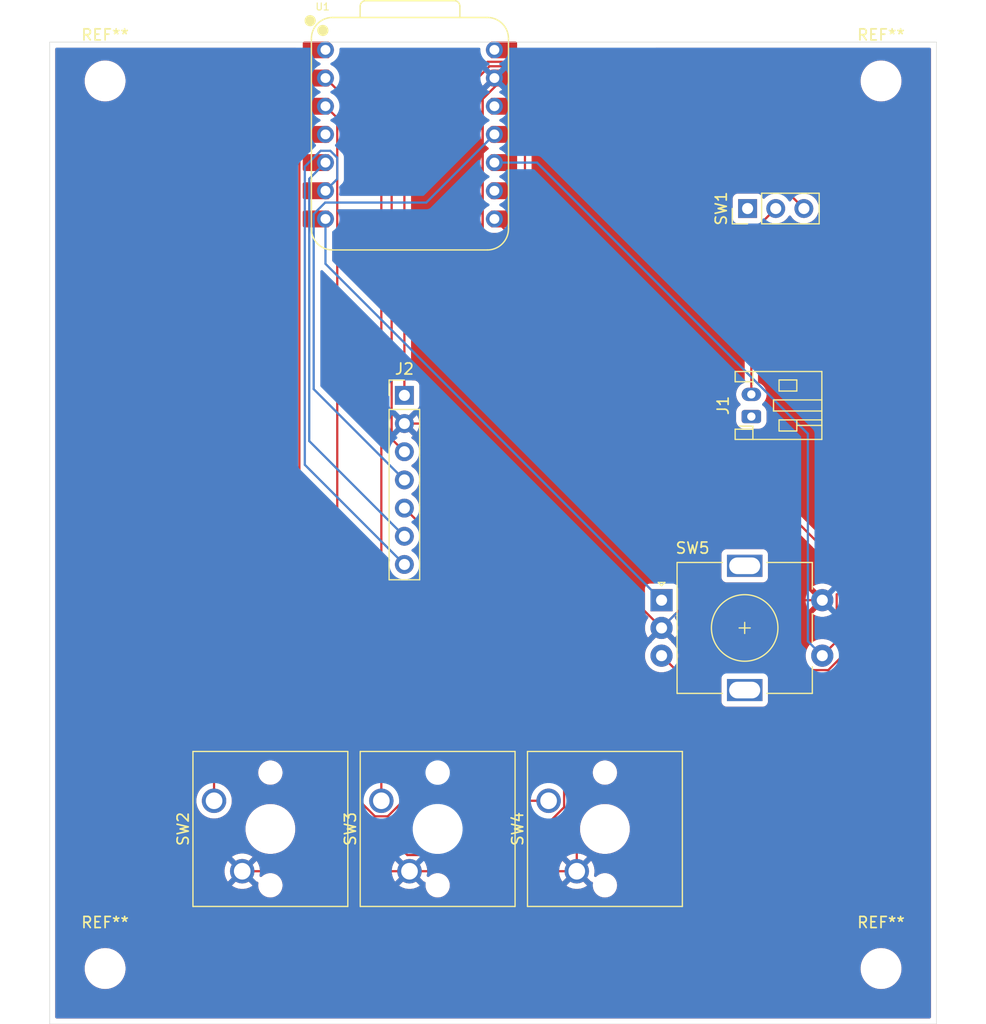
<source format=kicad_pcb>
(kicad_pcb (version 20241229) (generator "pcbnew") (generator_version "9.0")
  (layers (0 "F.Cu" signal) (2 "B.Cu" signal) (13 "F.Paste" user) (15 "B.Paste" user) (5 "F.SilkS" user "F.Silkscreen") (7 "B.SilkS" user "B.Silkscreen") (1 "F.Mask" user) (3 "B.Mask" user) (25 "Edge.Cuts" user))
  (net 0 "")
  (net 2 "Net-(J1-Pin_2)")
  (net 3 "Net-(SW1-A)")
  (net 5 "Net-(J2-Pin_3)")
  (net 6 "Net-(J2-Pin_1)")
  (net 7 "GND")
  (net 8 "Net-(J2-Pin_6)")
  (net 9 "Net-(J2-Pin_5)")
  (net 10 "Net-(J2-Pin_4)")
  (net 11 "Net-(J2-Pin_7)")
  (net 12 "Net-(U1-GPIO1{slash}D0{slash}A0)")
  (net 13 "Net-(U1-GPIO2{slash}DA{slash}A1)")
  (net 14 "Net-(U1-GPIO3{slash}D2{slash}A2)")
  (net 15 "Net-(U1-U0RXD{slash}D7{slash}RX)")
  (net 16 "Net-(U1-U0TXD{slash}D6{slash}TX)")
  (net 17 "Net-(U1-GPIO8{slash}D9{slash}A9{slash}MISO)")
  (footprint "MountingHole:MountingHole_3.2mm_M3" (layer "F.Cu") (at 65 70)
    (property "Reference" "REF**" (at 0 -4.15 0) (layer "F.SilkS"))
    (property "Value" "MountingHole_3.2mm_M3")
    (pad "" np_thru_hole circle (at 0 0) (size 3.2 3.2) (drill 3.2) (layers "*.Cu" "*.Mask"))
  )
  (footprint "Downloads:XIAO-ESP32C3-DIP" (layer "F.Cu") (at 92.62 74.8185)
    (property "Reference" "U1" (at -8 -11.5 0) (layer "F.SilkS") (effects (font (size 0.635 0.635) (thickness 0.1016))))
    (property "Value" "XIAO-ESP32-S3-DIP")
    (fp_line (start -9.01 8.509) (end -9.01 -8.636) (stroke (width 0.127)) (layer "F.SilkS"))
    (fp_line (start -7.105 10.414) (end 6.865 10.414) (stroke (width 0.127)) (layer "F.SilkS"))
    (fp_line (start -4.615 -10.541) (end -4.611272 -11.551272) (stroke (width 0.127)) (layer "F.SilkS"))
    (fp_line (start -4.111272 -12.051) (end 3.884 -12.051) (stroke (width 0.127)) (layer "F.SilkS"))
    (fp_line (start 4.384 -11.551) (end 4.384 -10.541) (stroke (width 0.127)) (layer "F.SilkS"))
    (fp_line (start 6.865 -10.541) (end -7.105 -10.541) (stroke (width 0.1)) (layer "F.SilkS"))
    (fp_line (start 6.865 -10.541) (end -7.105 -10.541) (stroke (width 0.127)) (layer "F.SilkS"))
    (fp_line (start 8.77 8.509) (end 8.77 -8.636) (stroke (width 0.127)) (layer "F.SilkS"))
    (fp_arc (start -9.01 -8.636) (mid -8.452038 -9.983038) (end -7.105 -10.541) (stroke (width 0.127)) (layer "F.SilkS"))
    (fp_arc (start -7.105 10.414) (mid -8.452038 9.856038) (end -9.01 8.509) (stroke (width 0.127)) (layer "F.SilkS"))
    (fp_arc (start -4.611272 -11.551272) (mid -4.464728 -11.90464) (end -4.111272 -12.051) (stroke (width 0.127)) (layer "F.SilkS"))
    (fp_arc (start 3.884 -12.051) (mid 4.237553 -11.904553) (end 4.384 -11.551) (stroke (width 0.127)) (layer "F.SilkS"))
    (fp_arc (start 6.865 -10.541) (mid 8.212038 -9.983038) (end 8.77 -8.636) (stroke (width 0.127)) (layer "F.SilkS"))
    (fp_arc (start 8.77 8.509) (mid 8.212038 9.856038) (end 6.865 10.414) (stroke (width 0.127)) (layer "F.SilkS"))
    (fp_circle (center -9.12 -10.25) (end -9.12 -10.504) (stroke (width 0.5)) (fill yes) (layer "F.SilkS"))
    (fp_circle (center -7.977 -9.37) (end -7.977 -9.624) (stroke (width 0.5)) (fill yes) (layer "F.SilkS"))
    (pad "1" smd roundrect (at -8.575 -7.62 180) (size 2.432 1.524) (layers "F.Cu" "F.Mask") (roundrect_rratio 0.1) (net 12 "Net-(U1-GPIO1{slash}D0{slash}A0)"))
    (pad "1" thru_hole circle (at -7.74 -7.62 180) (size 1.524 1.524) (drill 0.889) (layers "*.Cu" "*.Mask") (net 12 "Net-(U1-GPIO1{slash}D0{slash}A0)"))
    (pad "2" smd roundrect (at -8.575 -5.08 180) (size 2.432 1.524) (layers "F.Cu" "F.Mask") (roundrect_rratio 0.1) (net 13 "Net-(U1-GPIO2{slash}DA{slash}A1)"))
    (pad "2" thru_hole circle (at -7.74 -5.08 180) (size 1.524 1.524) (drill 0.889) (layers "*.Cu" "*.Mask") (net 13 "Net-(U1-GPIO2{slash}DA{slash}A1)"))
    (pad "3" smd roundrect (at -8.575 -2.54 180) (size 2.432 1.524) (layers "F.Cu" "F.Mask") (roundrect_rratio 0.1) (net 14 "Net-(U1-GPIO3{slash}D2{slash}A2)"))
    (pad "3" thru_hole circle (at -7.74 -2.54 180) (size 1.524 1.524) (drill 0.889) (layers "*.Cu" "*.Mask") (net 14 "Net-(U1-GPIO3{slash}D2{slash}A2)"))
    (pad "4" smd roundrect (at -8.575 0 180) (size 2.432 1.524) (layers "F.Cu" "F.Mask") (roundrect_rratio 0.1) (net 9 "Net-(J2-Pin_5)"))
    (pad "4" thru_hole circle (at -7.74 0 180) (size 1.524 1.524) (drill 0.889) (layers "*.Cu" "*.Mask") (net 9 "Net-(J2-Pin_5)"))
    (pad "5" smd roundrect (at -8.575 2.54 180) (size 2.432 1.524) (layers "F.Cu" "F.Mask") (roundrect_rratio 0.1) (net 8 "Net-(J2-Pin_6)"))
    (pad "5" thru_hole circle (at -7.74 2.54 180) (size 1.524 1.524) (drill 0.889) (layers "*.Cu" "*.Mask") (net 8 "Net-(J2-Pin_6)"))
    (pad "6" smd roundrect (at -8.575 5.08 180) (size 2.432 1.524) (layers "F.Cu" "F.Mask") (roundrect_rratio 0.1) (net 11 "Net-(J2-Pin_7)"))
    (pad "6" thru_hole circle (at -7.74 5.08 180) (size 1.524 1.524) (drill 0.889) (layers "*.Cu" "*.Mask") (net 11 "Net-(J2-Pin_7)"))
    (pad "7" smd roundrect (at -8.575 7.62 180) (size 2.432 1.524) (layers "F.Cu" "F.Mask") (roundrect_rratio 0.1) (net 16 "Net-(U1-U0TXD{slash}D6{slash}TX)"))
    (pad "7" thru_hole circle (at -7.74 7.62 180) (size 1.524 1.524) (drill 0.889) (layers "*.Cu" "*.Mask") (net 16 "Net-(U1-U0TXD{slash}D6{slash}TX)"))
    (pad "8" thru_hole circle (at 7.5 7.62) (size 1.524 1.524) (drill 0.889) (layers "*.Cu" "*.Mask") (net 15 "Net-(U1-U0RXD{slash}D7{slash}RX)"))
    (pad "8" smd roundrect (at 8.335 7.62) (size 2.432 1.524) (layers "F.Cu" "F.Mask") (roundrect_rratio 0.1) (net 15 "Net-(U1-U0RXD{slash}D7{slash}RX)"))
    (pad "9" thru_hole circle (at 7.5 5.08) (size 1.524 1.524) (drill 0.889) (layers "*.Cu" "*.Mask") (net 5 "Net-(J2-Pin_3)"))
    (pad "9" smd roundrect (at 8.335 5.08) (size 2.432 1.524) (layers "F.Cu" "F.Mask") (roundrect_rratio 0.1) (net 5 "Net-(J2-Pin_3)"))
    (pad "10" thru_hole circle (at 7.5 2.54) (size 1.524 1.524) (drill 0.889) (layers "*.Cu" "*.Mask") (net 17 "Net-(U1-GPIO8{slash}D9{slash}A9{slash}MISO)"))
    (pad "10" smd roundrect (at 8.335 2.54) (size 2.432 1.524) (layers "F.Cu" "F.Mask") (roundrect_rratio 0.1) (net 17 "Net-(U1-GPIO8{slash}D9{slash}A9{slash}MISO)"))
    (pad "11" thru_hole circle (at 7.5 0) (size 1.524 1.524) (drill 0.889) (layers "*.Cu" "*.Mask") (net 10 "Net-(J2-Pin_4)"))
    (pad "11" smd roundrect (at 8.335 0) (size 2.432 1.524) (layers "F.Cu" "F.Mask") (roundrect_rratio 0.1) (net 10 "Net-(J2-Pin_4)"))
    (pad "12" thru_hole circle (at 7.5 -2.54) (size 1.524 1.524) (drill 0.889) (layers "*.Cu" "*.Mask") (net 6 "Net-(J2-Pin_1)"))
    (pad "12" smd roundrect (at 8.335 -2.54) (size 2.432 1.524) (layers "F.Cu" "F.Mask") (roundrect_rratio 0.1) (net 6 "Net-(J2-Pin_1)"))
    (pad "13" thru_hole circle (at 7.5 -5.08) (size 1.524 1.524) (drill 0.889) (layers "*.Cu" "*.Mask") (net 7 "GND"))
    (pad "13" smd roundrect (at 8.335 -5.08) (size 2.432 1.524) (layers "F.Cu" "F.Mask") (roundrect_rratio 0.1) (net 7 "GND"))
    (pad "14" thru_hole circle (at 7.5 -7.62) (size 1.524 1.524) (drill 0.889) (layers "*.Cu" "*.Mask") (net 3 "Net-(SW1-A)"))
    (pad "14" smd roundrect (at 8.335 -7.62) (size 2.432 1.524) (layers "F.Cu" "F.Mask") (roundrect_rratio 0.1) (net 3 "Net-(SW1-A)"))
  )
  (footprint "Connector_JST:JST_PH_S2B-PH-K_1x02_P2.00mm_Horizontal" (layer "F.Cu") (at 123.3 100.25 90)
    (property "Reference" "J1" (at 1 -2.55 90) (layer "F.SilkS"))
    (property "Value" "Conn_01x02")
    (fp_line (start 4.06 -1.46) (end 3.14 -1.46) (stroke (width 0.12)) (layer "F.SilkS"))
    (fp_line (start 3.14 -1.46) (end 3.14 0.14) (stroke (width 0.12)) (layer "F.SilkS"))
    (fp_line (start -1.14 -1.46) (end -2.06 -1.46) (stroke (width 0.12)) (layer "F.SilkS"))
    (fp_line (start -2.06 -1.46) (end -2.06 6.36) (stroke (width 0.12)) (layer "F.SilkS"))
    (fp_line (start 4.06 0.14) (end 3.14 0.14) (stroke (width 0.12)) (layer "F.SilkS"))
    (fp_line (start 3.14 0.14) (end 2.86 0.14) (stroke (width 0.12)) (layer "F.SilkS"))
    (fp_line (start -0.86 0.14) (end -0.86 -1.075) (stroke (width 0.12)) (layer "F.SilkS"))
    (fp_line (start -0.86 0.14) (end -1.14 0.14) (stroke (width 0.12)) (layer "F.SilkS"))
    (fp_line (start -1.14 0.14) (end -1.14 -1.46) (stroke (width 0.12)) (layer "F.SilkS"))
    (fp_line (start -2.06 0.14) (end -1.14 0.14) (stroke (width 0.12)) (layer "F.SilkS"))
    (fp_line (start 1.5 2) (end 1.5 6.36) (stroke (width 0.12)) (layer "F.SilkS"))
    (fp_line (start 0.5 2) (end 1.5 2) (stroke (width 0.12)) (layer "F.SilkS"))
    (fp_line (start 3.3 2.5) (end 3.3 4.1) (stroke (width 0.12)) (layer "F.SilkS"))
    (fp_line (start 2.3 2.5) (end 3.3 2.5) (stroke (width 0.12)) (layer "F.SilkS"))
    (fp_line (start -0.3 2.5) (end -1.3 2.5) (stroke (width 0.12)) (layer "F.SilkS"))
    (fp_line (start -1.3 2.5) (end -1.3 4.1) (stroke (width 0.12)) (layer "F.SilkS"))
    (fp_line (start 3.3 4.1) (end 2.3 4.1) (stroke (width 0.12)) (layer "F.SilkS"))
    (fp_line (start 2.3 4.1) (end 2.3 2.5) (stroke (width 0.12)) (layer "F.SilkS"))
    (fp_line (start -0.3 4.1) (end -0.3 2.5) (stroke (width 0.12)) (layer "F.SilkS"))
    (fp_line (start -0.3 4.1) (end -0.3 6.36) (stroke (width 0.12)) (layer "F.SilkS"))
    (fp_line (start -0.8 4.1) (end -0.8 6.36) (stroke (width 0.12)) (layer "F.SilkS"))
    (fp_line (start -1.3 4.1) (end -0.3 4.1) (stroke (width 0.12)) (layer "F.SilkS"))
    (fp_line (start 4.06 6.36) (end 4.06 -1.46) (stroke (width 0.12)) (layer "F.SilkS"))
    (fp_line (start 0.5 6.36) (end 0.5 2) (stroke (width 0.12)) (layer "F.SilkS"))
    (fp_line (start -2.06 6.36) (end 4.06 6.36) (stroke (width 0.12)) (layer "F.SilkS"))
    (pad "1" thru_hole roundrect (at 0 0 90) (size 1.2 1.75) (drill 0.75) (layers "*.Cu" "*.Mask") (roundrect_rratio 0.208333))
    (pad "2" thru_hole oval (at 2 0 90) (size 1.2 1.75) (drill 0.75) (layers "*.Cu" "*.Mask") (net 2 "Net-(J1-Pin_2)"))
  )
  (footprint "Button_Switch_Keyboard:SW_Cherry_MX_1.00u_PCB" (layer "F.Cu") (at 89.92 134.88 90)
    (property "Reference" "SW3" (at -2.54 -2.794 90) (layer "F.SilkS"))
    (property "Value" "SW_Push")
    (fp_line (start 4.445 -1.905) (end 4.445 12.065) (stroke (width 0.12)) (layer "F.SilkS"))
    (fp_line (start -9.525 -1.905) (end 4.445 -1.905) (stroke (width 0.12)) (layer "F.SilkS"))
    (fp_line (start 4.445 12.065) (end -9.525 12.065) (stroke (width 0.12)) (layer "F.SilkS"))
    (fp_line (start -9.525 12.065) (end -9.525 -1.905) (stroke (width 0.12)) (layer "F.SilkS"))
    (pad "" np_thru_hole circle (at -7.62 5.08 90) (size 1.7 1.7) (drill 1.7) (layers "*.Cu" "*.Mask"))
    (pad "" np_thru_hole circle (at -2.54 5.08 90) (size 4 4) (drill 4) (layers "*.Cu" "*.Mask"))
    (pad "" np_thru_hole circle (at 2.54 5.08 90) (size 1.7 1.7) (drill 1.7) (layers "*.Cu" "*.Mask"))
    (pad "1" thru_hole circle (at 0 0 90) (size 2.2 2.2) (drill 1.5) (layers "*.Cu" "*.Mask") (net 13 "Net-(U1-GPIO2{slash}DA{slash}A1)"))
    (pad "2" thru_hole circle (at -6.35 2.54 90) (size 2.2 2.2) (drill 1.5) (layers "*.Cu" "*.Mask") (net 7 "GND"))
  )
  (footprint "Connector_PinHeader_2.54mm:PinHeader_1x07_P2.54mm_Vertical" (layer "F.Cu") (at 92 98.34)
    (property "Reference" "J2" (at 0 -2.38 0) (layer "F.SilkS"))
    (property "Value" "Conn_01x07")
    (fp_line (start -1.38 -1.38) (end 0 -1.38) (stroke (width 0.12)) (layer "F.SilkS"))
    (fp_line (start -1.38 0) (end -1.38 -1.38) (stroke (width 0.12)) (layer "F.SilkS"))
    (fp_line (start -1.38 1.27) (end -1.38 16.62) (stroke (width 0.12)) (layer "F.SilkS"))
    (fp_line (start -1.38 1.27) (end 1.38 1.27) (stroke (width 0.12)) (layer "F.SilkS"))
    (fp_line (start -1.38 16.62) (end 1.38 16.62) (stroke (width 0.12)) (layer "F.SilkS"))
    (fp_line (start 1.38 1.27) (end 1.38 16.62) (stroke (width 0.12)) (layer "F.SilkS"))
    (pad "1" thru_hole rect (at 0 0) (size 1.7 1.7) (drill 1) (layers "*.Cu" "*.Mask") (net 6 "Net-(J2-Pin_1)"))
    (pad "2" thru_hole circle (at 0 2.54) (size 1.7 1.7) (drill 1) (layers "*.Cu" "*.Mask") (net 7 "GND"))
    (pad "3" thru_hole circle (at 0 5.08) (size 1.7 1.7) (drill 1) (layers "*.Cu" "*.Mask") (net 5 "Net-(J2-Pin_3)"))
    (pad "4" thru_hole circle (at 0 7.62) (size 1.7 1.7) (drill 1) (layers "*.Cu" "*.Mask") (net 10 "Net-(J2-Pin_4)"))
    (pad "5" thru_hole circle (at 0 10.16) (size 1.7 1.7) (drill 1) (layers "*.Cu" "*.Mask") (net 9 "Net-(J2-Pin_5)"))
    (pad "6" thru_hole circle (at 0 12.7) (size 1.7 1.7) (drill 1) (layers "*.Cu" "*.Mask") (net 8 "Net-(J2-Pin_6)"))
    (pad "7" thru_hole circle (at 0 15.24) (size 1.7 1.7) (drill 1) (layers "*.Cu" "*.Mask") (net 11 "Net-(J2-Pin_7)"))
  )
  (footprint "MountingHole:MountingHole_3.2mm_M3" (layer "F.Cu") (at 65 150)
    (property "Reference" "REF**" (at 0 -4.15 0) (layer "F.SilkS"))
    (property "Value" "MountingHole_3.2mm_M3")
    (pad "" np_thru_hole circle (at 0 0) (size 3.2 3.2) (drill 3.2) (layers "*.Cu" "*.Mask"))
  )
  (footprint "Rotary_Encoder:RotaryEncoder_Alps_EC11E-Switch_Vertical_H20mm" (layer "F.Cu") (at 115.199 116.801)
    (property "Reference" "SW5" (at 2.8 -4.7 0) (layer "F.SilkS"))
    (property "Value" "RotaryEncoder_Switch")
    (fp_line (start -0.3 -1.6) (end 0.3 -1.6) (stroke (width 0.12)) (layer "F.SilkS"))
    (fp_line (start 0 -1.3) (end -0.3 -1.6) (stroke (width 0.12)) (layer "F.SilkS"))
    (fp_line (start 0.3 -1.6) (end 0 -1.3) (stroke (width 0.12)) (layer "F.SilkS"))
    (fp_line (start 1.4 -3.4) (end 1.4 8.4) (stroke (width 0.12)) (layer "F.SilkS"))
    (fp_line (start 5.5 -3.4) (end 1.4 -3.4) (stroke (width 0.12)) (layer "F.SilkS"))
    (fp_line (start 5.5 8.4) (end 1.4 8.4) (stroke (width 0.12)) (layer "F.SilkS"))
    (fp_line (start 7 2.5) (end 8 2.5) (stroke (width 0.12)) (layer "F.SilkS"))
    (fp_line (start 7.5 2) (end 7.5 3) (stroke (width 0.12)) (layer "F.SilkS"))
    (fp_line (start 9.5 -3.4) (end 13.6 -3.4) (stroke (width 0.12)) (layer "F.SilkS"))
    (fp_line (start 13.6 -3.4) (end 13.6 -1) (stroke (width 0.12)) (layer "F.SilkS"))
    (fp_line (start 13.6 1.2) (end 13.6 3.8) (stroke (width 0.12)) (layer "F.SilkS"))
    (fp_line (start 13.6 6) (end 13.6 8.4) (stroke (width 0.12)) (layer "F.SilkS"))
    (fp_line (start 13.6 8.4) (end 9.5 8.4) (stroke (width 0.12)) (layer "F.SilkS"))
    (fp_circle (center 7.5 2.5) (end 10.5 2.5) (stroke (width 0.12)) (fill no) (layer "F.SilkS"))
    (pad "A" thru_hole rect (at 0 0) (size 2 2) (drill 1) (layers "*.Cu" "*.Mask") (net 16 "Net-(U1-U0TXD{slash}D6{slash}TX)"))
    (pad "B" thru_hole circle (at 0 5) (size 2 2) (drill 1) (layers "*.Cu" "*.Mask") (net 15 "Net-(U1-U0RXD{slash}D7{slash}RX)"))
    (pad "C" thru_hole circle (at 0 2.5) (size 2 2) (drill 1) (layers "*.Cu" "*.Mask") (net 7 "GND"))
    (pad "MP" thru_hole rect (at 7.5 -3.1) (size 3.2 2) (drill oval 2.8 1.5) (layers "*.Cu" "*.Mask"))
    (pad "MP" thru_hole rect (at 7.5 8.1) (size 3.2 2) (drill oval 2.8 1.5) (layers "*.Cu" "*.Mask"))
    (pad "S1" thru_hole circle (at 14.5 5) (size 2 2) (drill 1) (layers "*.Cu" "*.Mask") (net 17 "Net-(U1-GPIO8{slash}D9{slash}A9{slash}MISO)"))
    (pad "S2" thru_hole circle (at 14.5 0) (size 2 2) (drill 1) (layers "*.Cu" "*.Mask") (net 7 "GND"))
  )
  (footprint "Connector_PinHeader_2.54mm:PinHeader_1x03_P2.54mm_Vertical" (layer "F.Cu") (at 122.96 81.5 90)
    (property "Reference" "SW1" (at 0 -2.38 90) (layer "F.SilkS"))
    (property "Value" "SW_Wuerth_450301014042")
    (fp_line (start -1.38 -1.38) (end 0 -1.38) (stroke (width 0.12)) (layer "F.SilkS"))
    (fp_line (start -1.38 0) (end -1.38 -1.38) (stroke (width 0.12)) (layer "F.SilkS"))
    (fp_line (start 1.38 1.27) (end 1.38 6.46) (stroke (width 0.12)) (layer "F.SilkS"))
    (fp_line (start -1.38 1.27) (end 1.38 1.27) (stroke (width 0.12)) (layer "F.SilkS"))
    (fp_line (start -1.38 1.27) (end -1.38 6.46) (stroke (width 0.12)) (layer "F.SilkS"))
    (fp_line (start -1.38 6.46) (end 1.38 6.46) (stroke (width 0.12)) (layer "F.SilkS"))
    (pad "1" thru_hole rect (at 0 0 90) (size 1.7 1.7) (drill 1) (layers "*.Cu" "*.Mask"))
    (pad "2" thru_hole circle (at 0 2.54 90) (size 1.7 1.7) (drill 1) (layers "*.Cu" "*.Mask") (net 2 "Net-(J1-Pin_2)"))
    (pad "3" thru_hole circle (at 0 5.08 90) (size 1.7 1.7) (drill 1) (layers "*.Cu" "*.Mask") (net 3 "Net-(SW1-A)"))
  )
  (footprint "Button_Switch_Keyboard:SW_Cherry_MX_1.00u_PCB" (layer "F.Cu") (at 105.01 134.88 90)
    (property "Reference" "SW4" (at -2.54 -2.794 90) (layer "F.SilkS"))
    (property "Value" "SW_Push")
    (fp_line (start 4.445 -1.905) (end 4.445 12.065) (stroke (width 0.12)) (layer "F.SilkS"))
    (fp_line (start -9.525 -1.905) (end 4.445 -1.905) (stroke (width 0.12)) (layer "F.SilkS"))
    (fp_line (start 4.445 12.065) (end -9.525 12.065) (stroke (width 0.12)) (layer "F.SilkS"))
    (fp_line (start -9.525 12.065) (end -9.525 -1.905) (stroke (width 0.12)) (layer "F.SilkS"))
    (pad "" np_thru_hole circle (at -7.62 5.08 90) (size 1.7 1.7) (drill 1.7) (layers "*.Cu" "*.Mask"))
    (pad "" np_thru_hole circle (at -2.54 5.08 90) (size 4 4) (drill 4) (layers "*.Cu" "*.Mask"))
    (pad "" np_thru_hole circle (at 2.54 5.08 90) (size 1.7 1.7) (drill 1.7) (layers "*.Cu" "*.Mask"))
    (pad "1" thru_hole circle (at 0 0 90) (size 2.2 2.2) (drill 1.5) (layers "*.Cu" "*.Mask") (net 14 "Net-(U1-GPIO3{slash}D2{slash}A2)"))
    (pad "2" thru_hole circle (at -6.35 2.54 90) (size 2.2 2.2) (drill 1.5) (layers "*.Cu" "*.Mask") (net 7 "GND"))
  )
  (footprint "Button_Switch_Keyboard:SW_Cherry_MX_1.00u_PCB" (layer "F.Cu") (at 74.83 134.88 90)
    (property "Reference" "SW2" (at -2.54 -2.794 90) (layer "F.SilkS"))
    (property "Value" "SW_Push")
    (fp_line (start 4.445 -1.905) (end 4.445 12.065) (stroke (width 0.12)) (layer "F.SilkS"))
    (fp_line (start -9.525 -1.905) (end 4.445 -1.905) (stroke (width 0.12)) (layer "F.SilkS"))
    (fp_line (start 4.445 12.065) (end -9.525 12.065) (stroke (width 0.12)) (layer "F.SilkS"))
    (fp_line (start -9.525 12.065) (end -9.525 -1.905) (stroke (width 0.12)) (layer "F.SilkS"))
    (pad "" np_thru_hole circle (at -7.62 5.08 90) (size 1.7 1.7) (drill 1.7) (layers "*.Cu" "*.Mask"))
    (pad "" np_thru_hole circle (at -2.54 5.08 90) (size 4 4) (drill 4) (layers "*.Cu" "*.Mask"))
    (pad "" np_thru_hole circle (at 2.54 5.08 90) (size 1.7 1.7) (drill 1.7) (layers "*.Cu" "*.Mask"))
    (pad "1" thru_hole circle (at 0 0 90) (size 2.2 2.2) (drill 1.5) (layers "*.Cu" "*.Mask") (net 12 "Net-(U1-GPIO1{slash}D0{slash}A0)"))
    (pad "2" thru_hole circle (at -6.35 2.54 90) (size 2.2 2.2) (drill 1.5) (layers "*.Cu" "*.Mask") (net 7 "GND"))
  )
  (footprint "MountingHole:MountingHole_3.2mm_M3" (layer "F.Cu") (at 135 150)
    (property "Reference" "REF**" (at 0 -4.15 0) (layer "F.SilkS"))
    (property "Value" "MountingHole_3.2mm_M3")
    (pad "" np_thru_hole circle (at 0 0) (size 3.2 3.2) (drill 3.2) (layers "*.Cu" "*.Mask"))
  )
  (footprint "MountingHole:MountingHole_3.2mm_M3" (layer "F.Cu") (at 135 70)
    (property "Reference" "REF**" (at 0 -4.15 0) (layer "F.SilkS"))
    (property "Value" "MountingHole_3.2mm_M3")
    (pad "" np_thru_hole circle (at 0 0) (size 3.2 3.2) (drill 3.2) (layers "*.Cu" "*.Mask"))
  )
  (gr_line (start 60 155) (end 60 66.5) (stroke (width 0.05)) (layer "Edge.Cuts"))
  (gr_line (start 140 155) (end 60 155) (stroke (width 0.05)) (layer "Edge.Cuts"))
  (gr_line (start 140 66.5) (end 140 155) (stroke (width 0.05)) (layer "Edge.Cuts"))
  (gr_line (start 60 66.5) (end 140 66.5) (stroke (width 0.05)) (layer "Edge.Cuts"))
  (segment (start 125.5 81.5) (end 123.3 83.7) (width 0.2) (layer "F.Cu") (net 2))
  (segment (start 123.3 83.7) (end 123.3 98.25) (width 0.2) (layer "F.Cu") (net 2))
  (segment (start 128.04 81.5) (end 113.7385 67.1985) (width 0.2) (layer "F.Cu") (net 3))
  (segment (start 113.7385 67.1985) (end 100.12 67.1985) (width 0.2) (layer "F.Cu") (net 3))
  (segment (start 102.873 78.22313) (end 101.19763 79.8985) (width 0.2) (layer "F.Cu") (net 5))
  (segment (start 101.19763 79.8985) (end 100.12 79.8985) (width 0.2) (layer "F.Cu") (net 5))
  (segment (start 102.376726 68.2745) (end 102.873 68.770774) (width 0.2) (layer "F.Cu") (net 5))
  (segment (start 92 103.42) (end 90.849 102.269) (width 0.2) (layer "F.Cu") (net 5))
  (segment (start 102.873 68.770774) (end 102.873 78.22313) (width 0.2) (layer "F.Cu") (net 5))
  (segment (start 90.849 76.93909) (end 99.51359 68.2745) (width 0.2) (layer "F.Cu") (net 5))
  (segment (start 99.51359 68.2745) (end 102.376726 68.2745) (width 0.2) (layer "F.Cu") (net 5))
  (segment (start 90.849 102.269) (end 90.849 76.93909) (width 0.2) (layer "F.Cu") (net 5))
  (segment (start 92 76.35519) (end 99.67969 68.6755) (width 0.2) (layer "F.Cu") (net 6))
  (segment (start 102.472 71.00413) (end 101.19763 72.2785) (width 0.2) (layer "F.Cu") (net 6))
  (segment (start 101.19763 72.2785) (end 100.12 72.2785) (width 0.2) (layer "F.Cu") (net 6))
  (segment (start 102.472 68.936874) (end 102.472 71.00413) (width 0.2) (layer "F.Cu") (net 6))
  (segment (start 92 98.34) (end 92 76.35519) (width 0.2) (layer "F.Cu") (net 6))
  (segment (start 102.210626 68.6755) (end 102.472 68.936874) (width 0.2) (layer "F.Cu") (net 6))
  (segment (start 99.67969 68.6755) (end 102.210626 68.6755) (width 0.2) (layer "F.Cu") (net 6))
  (segment (start 117.699 116.801) (end 129.699 116.801) (width 0.2) (layer "F.Cu") (net 7))
  (segment (start 107.55 141.23) (end 107.55 126.95) (width 0.2) (layer "F.Cu") (net 7))
  (segment (start 99.057 93.823) (end 99.057 71.6365) (width 0.2) (layer "F.Cu") (net 7))
  (segment (start 115.199 119.301) (end 96.778 100.88) (width 0.2) (layer "F.Cu") (net 7))
  (segment (start 129.699 116.801) (end 99.057 86.159) (width 0.2) (layer "F.Cu") (net 7))
  (segment (start 99.057 70.8015) (end 100.12 69.7385) (width 0.2) (layer "F.Cu") (net 7))
  (segment (start 99.057 71.6365) (end 100.955 69.7385) (width 0.2) (layer "F.Cu") (net 7))
  (segment (start 92 100.88) (end 93.151 102.031) (width 0.2) (layer "F.Cu") (net 7))
  (segment (start 99.057 86.159) (end 99.057 70.8015) (width 0.2) (layer "F.Cu") (net 7))
  (segment (start 77.37 141.23) (end 107.55 141.23) (width 0.2) (layer "F.Cu") (net 7))
  (segment (start 96.778 100.88) (end 92 100.88) (width 0.2) (layer "F.Cu") (net 7))
  (segment (start 92 100.88) (end 99.057 93.823) (width 0.2) (layer "F.Cu") (net 7))
  (segment (start 115.199 119.301) (end 117.699 116.801) (width 0.2) (layer "F.Cu") (net 7))
  (segment (start 107.55 126.95) (end 115.199 119.301) (width 0.2) (layer "F.Cu") (net 7))
  (segment (start 99.057 93.823) (end 99.057 70.8015) (width 0.2) (layer "F.Cu") (net 7))
  (segment (start 115.199 119.301) (end 116.5 118) (width 0.2) (layer "B.Cu") (net 7))
  (segment (start 83.416 78.8225) (end 84.88 77.3585) (width 0.2) (layer "B.Cu") (net 8))
  (segment (start 83.416 102.456) (end 83.416 78.8225) (width 0.2) (layer "B.Cu") (net 8))
  (segment (start 92 111.04) (end 83.416 102.456) (width 0.2) (layer "B.Cu") (net 8))
  (segment (start 106.411 122.911) (end 106.411 135.460314) (width 0.2) (layer "F.Cu") (net 9))
  (segment (start 102.100314 139.771) (end 92.262586 139.771) (width 0.2) (layer "F.Cu") (net 9))
  (segment (start 82.528 76.09287) (end 83.80237 74.8185) (width 0.2) (layer "F.Cu") (net 9))
  (segment (start 82.528 130.036414) (end 82.528 76.09287) (width 0.2) (layer "F.Cu") (net 9))
  (segment (start 106.411 135.460314) (end 102.100314 139.771) (width 0.2) (layer "F.Cu") (net 9))
  (segment (start 92.262586 139.771) (end 82.528 130.036414) (width 0.2) (layer "F.Cu") (net 9))
  (segment (start 84.045 74.8185) (end 84.88 74.8185) (width 0.2) (layer "F.Cu") (net 9))
  (segment (start 83.80237 74.8185) (end 84.88 74.8185) (width 0.2) (layer "F.Cu") (net 9))
  (segment (start 92 108.5) (end 106.411 122.911) (width 0.2) (layer "F.Cu") (net 9))
  (segment (start 92 105.96) (end 83.817 97.777) (width 0.2) (layer "B.Cu") (net 10))
  (segment (start 93.977 80.9615) (end 100.12 74.8185) (width 0.2) (layer "B.Cu") (net 10))
  (segment (start 83.817 97.777) (end 83.817 81.99819) (width 0.2) (layer "B.Cu") (net 10))
  (segment (start 83.817 81.99819) (end 84.85369 80.9615) (width 0.2) (layer "B.Cu") (net 10))
  (segment (start 84.85369 80.9615) (end 93.977 80.9615) (width 0.2) (layer "B.Cu") (net 10))
  (segment (start 83.015 77.72019) (end 84.43969 76.2955) (width 0.2) (layer "B.Cu") (net 11))
  (segment (start 85.32031 76.2955) (end 85.943 76.91819) (width 0.2) (layer "B.Cu") (net 11))
  (segment (start 84.43969 76.2955) (end 85.32031 76.2955) (width 0.2) (layer "B.Cu") (net 11))
  (segment (start 83.015 104.595) (end 83.015 77.72019) (width 0.2) (layer "B.Cu") (net 11))
  (segment (start 92 113.58) (end 83.015 104.595) (width 0.2) (layer "B.Cu") (net 11))
  (segment (start 85.943 76.91819) (end 85.943 78.8355) (width 0.2) (layer "B.Cu") (net 11))
  (segment (start 85.943 78.8355) (end 84.88 79.8985) (width 0.2) (layer "B.Cu") (net 11))
  (segment (start 83.80237 67.1985) (end 84.88 67.1985) (width 0.2) (layer "F.Cu") (net 12))
  (segment (start 74.83 134.88) (end 74.83 76.17087) (width 0.2) (layer "F.Cu") (net 12))
  (segment (start 74.83 76.17087) (end 83.80237 67.1985) (width 0.2) (layer "F.Cu") (net 12))
  (segment (start 89.92 134.88) (end 89.92 74.7785) (width 0.2) (layer "F.Cu") (net 13))
  (segment (start 89.92 74.7785) (end 84.88 69.7385) (width 0.2) (layer "F.Cu") (net 13))
  (segment (start 91.901314 134.88) (end 90.500314 136.281) (width 0.2) (layer "F.Cu") (net 14))
  (segment (start 90.500314 136.281) (end 89.339686 136.281) (width 0.2) (layer "F.Cu") (net 14))
  (segment (start 89.339686 136.281) (end 85.943 132.884314) (width 0.2) (layer "F.Cu") (net 14))
  (segment (start 85.943 132.884314) (end 85.943 73.3415) (width 0.2) (layer "F.Cu") (net 14))
  (segment (start 105.01 134.88) (end 91.901314 134.88) (width 0.2) (layer "F.Cu") (net 14))
  (segment (start 85.943 73.3415) (end 84.88 72.2785) (width 0.2) (layer "F.Cu") (net 14))
  (segment (start 131.401 113.7195) (end 100.12 82.4385) (width 0.2) (layer "F.Cu") (net 15))
  (segment (start 116.5 123.102) (end 130.237892 123.102) (width 0.2) (layer "F.Cu") (net 15))
  (segment (start 130.237892 123.102) (end 131.401 121.938892) (width 0.2) (layer "F.Cu") (net 15))
  (segment (start 101.19763 82.4385) (end 100.12 82.4385) (width 0.2) (layer "F.Cu") (net 15))
  (segment (start 131.401 121.938892) (end 131.401 113.7195) (width 0.2) (layer "F.Cu") (net 15))
  (segment (start 115.199 121.801) (end 116.5 123.102) (width 0.2) (layer "F.Cu") (net 15))
  (segment (start 115.199 116.801) (end 84.88 86.482) (width 0.2) (layer "B.Cu") (net 16))
  (segment (start 84.88 86.482) (end 84.88 82.4385) (width 0.2) (layer "B.Cu") (net 16))
  (segment (start 129.699 121.801) (end 131 120.5) (width 0.2) (layer "F.Cu") (net 17))
  (segment (start 131 120.5) (end 131 116.262108) (width 0.2) (layer "F.Cu") (net 17))
  (segment (start 129.699 121.801) (end 128.398 120.5) (width 0.2) (layer "B.Cu") (net 17))
  (segment (start 128.398 120.5) (end 128.398 101.798794) (width 0.2) (layer "B.Cu") (net 17))
  (segment (start 128.398 101.798794) (end 103.957706 77.3585) (width 0.2) (layer "B.Cu") (net 17))
  (segment (start 103.957706 77.3585) (end 100.12 77.3585) (width 0.2) (layer "B.Cu") (net 17))
  (zone (net 7) (net_name "GND") (layers "F.Cu" "B.Cu") (connect_pads (clearance 0.5)) (min_thickness 0.25) (fill yes (thermal_gap 0.5) (thermal_bridge_width 0.5))
    (polygon (pts (xy 60 66.5) (xy 140 66.5) (xy 140 155) (xy 60 155)))
  )
)
</source>
